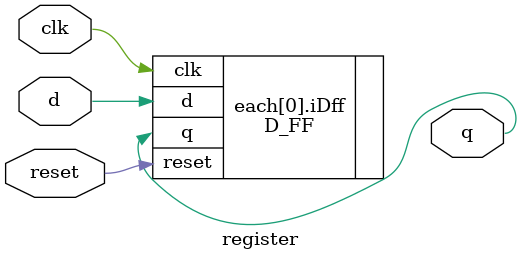
<source format=sv>
module register #(parameter SIZE=1) (q, d, reset, clk);
	output reg [SIZE-1:0] q;
	input [SIZE-1:0] d; 
	input reset, clk;
	
	genvar i;
	generate
		for (i=0; i<SIZE; i+=1) begin : each
			D_FF iDff (
				.q(q[i]),
				.d(d[i]),
				.reset(reset),
				.clk(clk)
			);
		end
	endgenerate
endmodule

</source>
